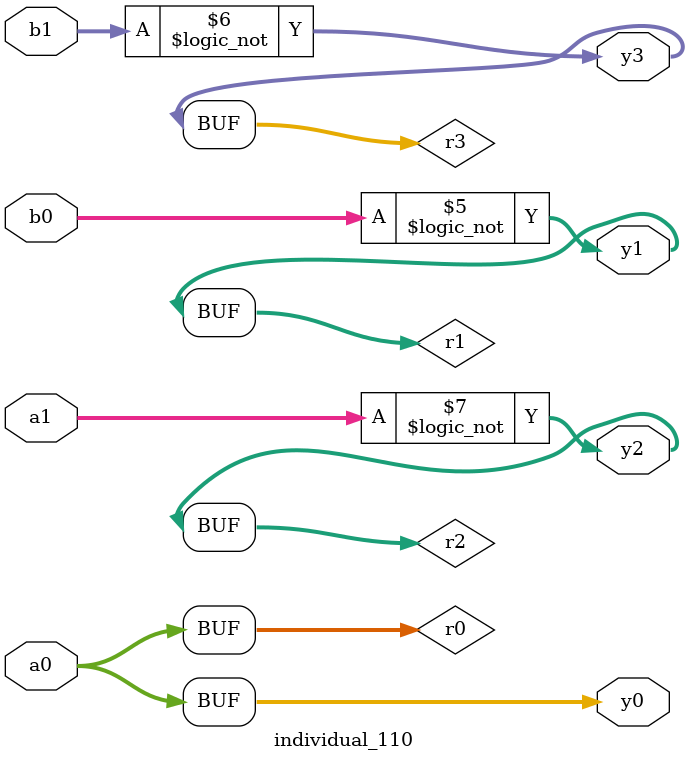
<source format=sv>
module individual_110(input logic [15:0] a1, input logic [15:0] a0, input logic [15:0] b1, input logic [15:0] b0, output logic [15:0] y3, output logic [15:0] y2, output logic [15:0] y1, output logic [15:0] y0);
logic [15:0] r0, r1, r2, r3; 
 always@(*) begin 
	 r0 = a0; r1 = a1; r2 = b0; r3 = b1; 
 	 r1  |=  r0 ;
 	 r1 = ! r0 ;
 	 r2  ^=  a1 ;
 	 r1 = ! b0 ;
 	 r3 = ! r3 ;
 	 r2 = ! a1 ;
 	 y3 = r3; y2 = r2; y1 = r1; y0 = r0; 
end
endmodule
</source>
